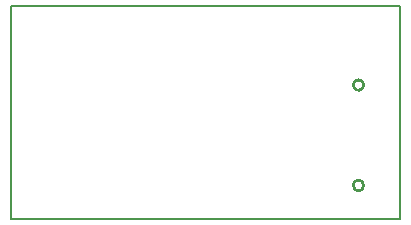
<source format=gm1>
%FSLAX25Y25*%
%MOIN*%
G70*
G01*
G75*
G04 Layer_Color=16711935*
%ADD10R,0.07087X0.07874*%
%ADD11R,0.03150X0.05906*%
%ADD12R,0.01575X0.03347*%
%ADD13R,0.04843X0.02559*%
%ADD14R,0.08268X0.02756*%
%ADD15R,0.02362X0.02362*%
%ADD16C,0.01000*%
%ADD17C,0.00500*%
%ADD18C,0.02000*%
%ADD19C,0.01969*%
%ADD20C,0.00800*%
%ADD21R,0.07887X0.08674*%
%ADD22R,0.03950X0.06706*%
%ADD23R,0.02375X0.04147*%
%ADD24R,0.05643X0.03359*%
%ADD25R,0.09068X0.03556*%
%ADD26R,0.03162X0.03162*%
D16*
X117753Y-26245D02*
G03*
X117753Y-26245I-1772J0D01*
G01*
Y-59710D02*
G03*
X117753Y-59710I-1772J0D01*
G01*
Y-26245D02*
G03*
X117753Y-26245I-1772J0D01*
G01*
Y-59710D02*
G03*
X117753Y-59710I-1772J0D01*
G01*
D17*
X0Y0D02*
X129921D01*
Y-70866D02*
Y0D01*
X0Y-70866D02*
X129921D01*
X0D02*
Y0D01*
X129921D01*
Y-70866D02*
Y0D01*
X0Y-70866D02*
X129921D01*
X0D02*
Y0D01*
M02*

</source>
